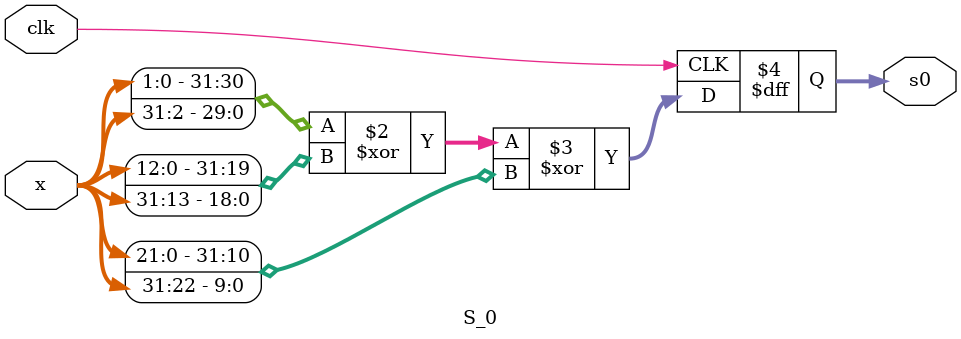
<source format=v>
module S_0(output reg[31:0]s0, input [31:0]x, input clk);
always @(posedge clk)
begin
s0 = ({x[1:0], x[31:2]})^({x[12:0], x[31:13]})^({x[21:0], x[31:22]});
end
endmodule

</source>
